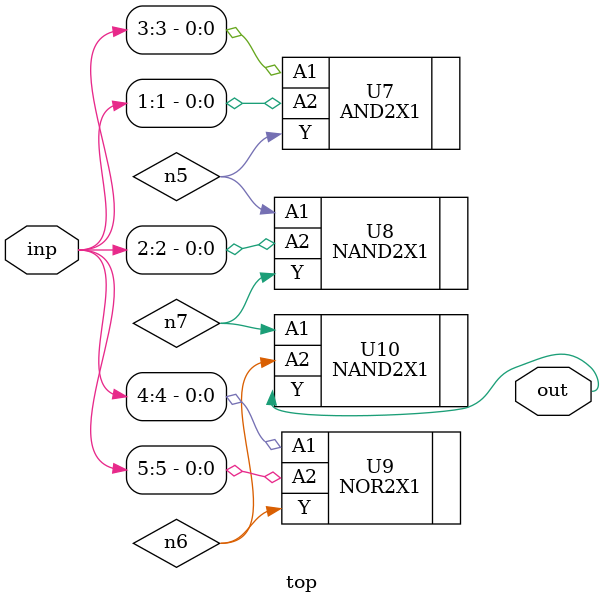
<source format=sv>


module top ( inp, out );
  input [5:0] inp;
  output out;
  wire   n5, n6, n7;

  AND2X1 U7 ( .A1(inp[3]), .A2(inp[1]), .Y(n5) );
  NAND2X1 U8 ( .A1(n5), .A2(inp[2]), .Y(n7) );
  NOR2X1 U9 ( .A1(inp[4]), .A2(inp[5]), .Y(n6) );
  NAND2X1 U10 ( .A1(n7), .A2(n6), .Y(out) );
endmodule


</source>
